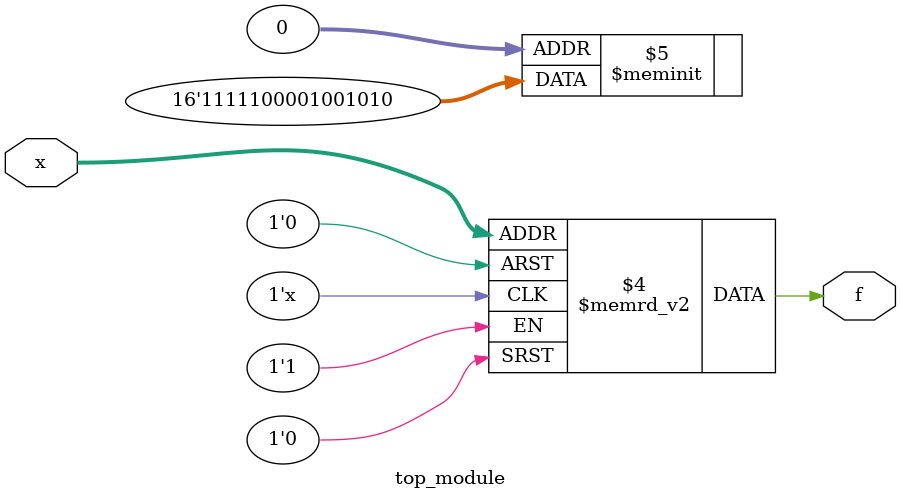
<source format=sv>
module top_module (
    input [4:1] x,
    output logic f
);

    always_comb begin
        case (x)
            4'b0001, 4'b0110, 
            4'b1011, 4'b1100,
            4'b1101, 4'b1110,
            4'b1111:
                f = 1'b1;

            4'b0000, 4'b0001, 4'b0010, 
            4'b0100, 4'b0101,
            4'b0111, 4'b1000, 
            4'b1001, 4'b1010:
                f = 1'b0;

            default: f = 1'b1; // Handle don’t-cares default to 1
        endcase
    end

endmodule

</source>
